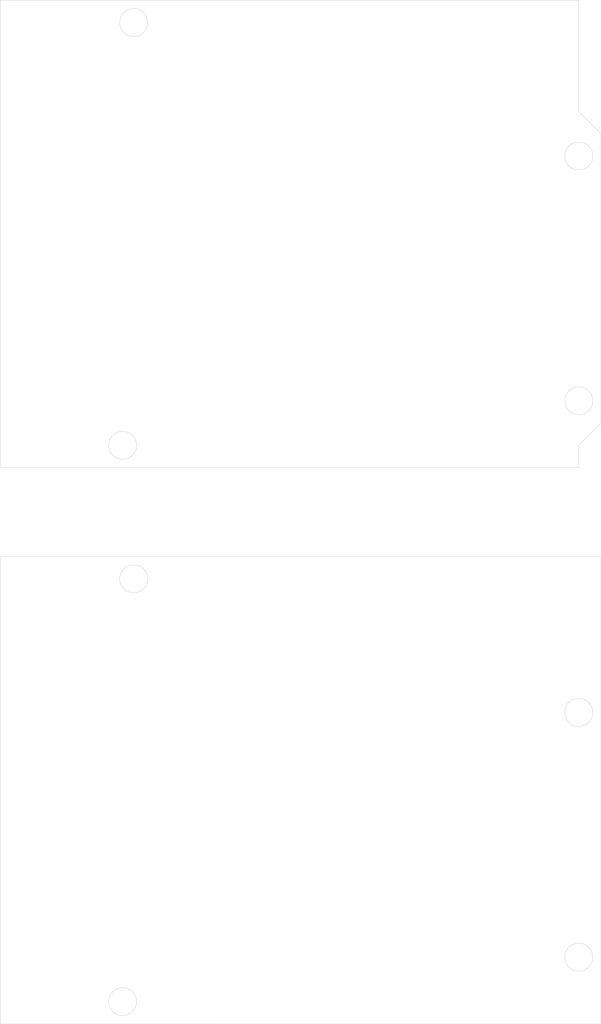
<source format=kicad_pcb>
(kicad_pcb
	(version 20241229)
	(generator "pcbnew")
	(generator_version "9.0")
	(general
		(thickness 1.6)
		(legacy_teardrops no)
	)
	(paper "A5" portrait)
	(layers
		(0 "F.Cu" signal)
		(2 "B.Cu" signal)
		(9 "F.Adhes" user "F.Adhesive")
		(11 "B.Adhes" user "B.Adhesive")
		(13 "F.Paste" user)
		(15 "B.Paste" user)
		(5 "F.SilkS" user "F.Silkscreen")
		(7 "B.SilkS" user "B.Silkscreen")
		(1 "F.Mask" user)
		(3 "B.Mask" user)
		(17 "Dwgs.User" user "User.Drawings")
		(19 "Cmts.User" user "User.Comments")
		(21 "Eco1.User" user "User.Eco1")
		(23 "Eco2.User" user "User.Eco2")
		(25 "Edge.Cuts" user)
		(27 "Margin" user)
		(31 "F.CrtYd" user "F.Courtyard")
		(29 "B.CrtYd" user "B.Courtyard")
		(35 "F.Fab" user)
		(33 "B.Fab" user)
		(39 "User.1" user)
		(41 "User.2" user)
		(43 "User.3" user)
		(45 "User.4" user)
	)
	(setup
		(pad_to_mask_clearance 0)
		(allow_soldermask_bridges_in_footprints no)
		(tenting front back)
		(pcbplotparams
			(layerselection 0x00000000_00000000_55555555_5755f5ff)
			(plot_on_all_layers_selection 0x00000000_00000000_00000000_00000000)
			(disableapertmacros no)
			(usegerberextensions no)
			(usegerberattributes yes)
			(usegerberadvancedattributes yes)
			(creategerberjobfile yes)
			(dashed_line_dash_ratio 12.000000)
			(dashed_line_gap_ratio 3.000000)
			(svgprecision 4)
			(plotframeref no)
			(mode 1)
			(useauxorigin no)
			(hpglpennumber 1)
			(hpglpenspeed 20)
			(hpglpendiameter 15.000000)
			(pdf_front_fp_property_popups yes)
			(pdf_back_fp_property_popups yes)
			(pdf_metadata yes)
			(pdf_single_document no)
			(dxfpolygonmode yes)
			(dxfimperialunits yes)
			(dxfusepcbnewfont yes)
			(psnegative no)
			(psa4output no)
			(plot_black_and_white yes)
			(sketchpadsonfab no)
			(plotpadnumbers no)
			(hidednponfab no)
			(sketchdnponfab yes)
			(crossoutdnponfab yes)
			(subtractmaskfromsilk no)
			(outputformat 1)
			(mirror no)
			(drillshape 1)
			(scaleselection 1)
			(outputdirectory "")
		)
	)
	(net 0 "")
	(gr_line
		(start 68.58 15.24)
		(end 66.04 12.7)
		(stroke
			(width 0.05)
			(type default)
		)
		(layer "Edge.Cuts")
		(uuid "09674b07-4de3-43fc-b2fd-cb0260c30e5d")
	)
	(gr_line
		(start 68.58 48.26)
		(end 68.58 15.24)
		(stroke
			(width 0.05)
			(type solid)
		)
		(layer "Edge.Cuts")
		(uuid "0fcde2eb-8ead-420a-a738-62910ae4fa38")
	)
	(gr_line
		(start 66.04 53.33)
		(end 66.04 50.8)
		(stroke
			(width 0.05)
			(type default)
		)
		(layer "Edge.Cuts")
		(uuid "2783e650-c981-4b35-8a0c-d314876fb394")
	)
	(gr_circle
		(center 66.04 17.78)
		(end 67.64 17.78)
		(stroke
			(width 0.05)
			(type solid)
		)
		(fill no)
		(layer "Edge.Cuts")
		(uuid "351c71b5-19bd-4b52-8e01-728820dfd826")
	)
	(gr_line
		(start 68.58 116.84)
		(end 68.58 63.5)
		(stroke
			(width 0.05)
			(type solid)
		)
		(layer "Edge.Cuts")
		(uuid "39f083c2-729a-4ef1-981a-272d0f2b58af")
	)
	(gr_line
		(start 0 53.33)
		(end 66.04 53.33)
		(stroke
			(width 0.05)
			(type solid)
		)
		(layer "Edge.Cuts")
		(uuid "4d577e51-c8db-49f5-8883-6b15302ed018")
	)
	(gr_circle
		(center 66.04 109.22)
		(end 67.64 109.22)
		(stroke
			(width 0.05)
			(type solid)
		)
		(fill no)
		(layer "Edge.Cuts")
		(uuid "518e6d25-1bb2-4668-8cc8-5d7a7abdc141")
	)
	(gr_circle
		(center 66.04 81.28)
		(end 67.64 81.28)
		(stroke
			(width 0.05)
			(type solid)
		)
		(fill no)
		(layer "Edge.Cuts")
		(uuid "76115013-9a19-4b71-88b8-bf601580fe96")
	)
	(gr_line
		(start 0 63.5)
		(end 68.58 63.5)
		(stroke
			(width 0.05)
			(type solid)
		)
		(layer "Edge.Cuts")
		(uuid "9b924e71-8474-4231-81ea-ef6886d3a702")
	)
	(gr_line
		(start 0 116.83)
		(end 68.58 116.84)
		(stroke
			(width 0.05)
			(type solid)
		)
		(layer "Edge.Cuts")
		(uuid "a358a5b6-d3c8-44cc-b563-ad7d87e46e04")
	)
	(gr_circle
		(center 66.04 45.72)
		(end 67.64 45.72)
		(stroke
			(width 0.05)
			(type solid)
		)
		(fill no)
		(layer "Edge.Cuts")
		(uuid "aabe1368-6283-46a9-9031-3cfc038e2e95")
	)
	(gr_line
		(start 66.04 50.8)
		(end 68.58 48.26)
		(stroke
			(width 0.05)
			(type default)
		)
		(layer "Edge.Cuts")
		(uuid "b5a70f97-c2b3-4940-a9fa-c434ec308e05")
	)
	(gr_line
		(start 0 0)
		(end 0 53.33)
		(stroke
			(width 0.05)
			(type solid)
		)
		(layer "Edge.Cuts")
		(uuid "ba195623-2dba-4476-ab27-eee55221b79b")
	)
	(gr_line
		(start 66.04 12.7)
		(end 66.04 0)
		(stroke
			(width 0.05)
			(type default)
		)
		(layer "Edge.Cuts")
		(uuid "cb767580-0ec4-466a-87bf-148d72a3d446")
	)
	(gr_circle
		(center 15.24 66.04)
		(end 16.84 66.04)
		(stroke
			(width 0.05)
			(type solid)
		)
		(fill no)
		(layer "Edge.Cuts")
		(uuid "d029f14b-7927-41c5-9e0b-1a174a74ba22")
	)
	(gr_circle
		(center 13.97 114.3)
		(end 15.57 114.3)
		(stroke
			(width 0.05)
			(type solid)
		)
		(fill no)
		(layer "Edge.Cuts")
		(uuid "d20959e3-6dc7-4f1e-8cff-4982f3a3343a")
	)
	(gr_circle
		(center 15.24 2.54)
		(end 16.84 2.54)
		(stroke
			(width 0.05)
			(type solid)
		)
		(fill no)
		(layer "Edge.Cuts")
		(uuid "d43e2490-2d89-4622-b45e-af8cd13c7f27")
	)
	(gr_line
		(start 0 0)
		(end 66.04 0)
		(stroke
			(width 0.05)
			(type solid)
		)
		(layer "Edge.Cuts")
		(uuid "e773d745-83c7-4fe7-98b9-fccb5846308f")
	)
	(gr_circle
		(center 13.97 50.8)
		(end 15.57 50.8)
		(stroke
			(width 0.05)
			(type solid)
		)
		(fill no)
		(layer "Edge.Cuts")
		(uuid "ef0cb49a-b342-4fa4-a271-d2322ba9c692")
	)
	(gr_line
		(start 0 63.5)
		(end 0 116.83)
		(stroke
			(width 0.05)
			(type solid)
		)
		(layer "Edge.Cuts")
		(uuid "f03def2c-d78a-4521-9598-6dd97ee5f0d8")
	)
	(embedded_fonts no)
)

</source>
